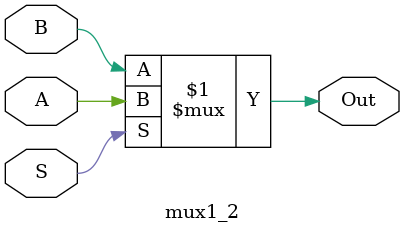
<source format=v>
module mux1_2(A, B, S, Out);
//a high select input produces output A
input A, B, S;
output Out;



assign Out = S ? A : B;


/* I tried getting this to work using structural (shown below), but
I kept getting errors and I knew a dataflow implementation was
beyond simple. So I used an assign here because it is simple
and I know it works*/

//wire notS, outA, outB;

//not1 inverterS(.in1(S), .out(notS)); //Invert select signal
//nand2 nandB(.in1(B), .in2(S), .out(OutB));//S NOR notB => to produce OutB
//nand2 nandA(.in1(A), .in2(notS), .out(OutA));//notS NOR notA => to produce OutA
//nand2 nandOut(.in1(outA), .in2(outB), .out(Out));//now OR OutB and OutA (I used 2 NOR)


endmodule
</source>
